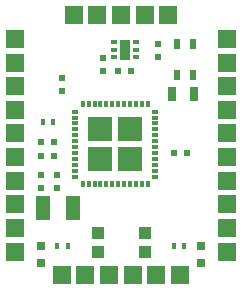
<source format=gbr>
G04 #@! TF.FileFunction,Soldermask,Top*
%FSLAX46Y46*%
G04 Gerber Fmt 4.6, Leading zero omitted, Abs format (unit mm)*
G04 Created by KiCad (PCBNEW 4.0.4-stable) date 05/29/18 15:09:19*
%MOMM*%
%LPD*%
G01*
G04 APERTURE LIST*
%ADD10C,0.100000*%
%ADD11R,1.500000X1.500000*%
%ADD12R,0.500000X0.600000*%
%ADD13R,0.600000X0.500000*%
%ADD14R,0.797560X0.797560*%
%ADD15R,0.700000X1.300000*%
%ADD16R,0.400000X0.600000*%
%ADD17R,1.237160X2.037160*%
%ADD18R,0.500000X0.900000*%
%ADD19R,0.470000X0.400000*%
%ADD20R,0.952000X1.702000*%
%ADD21R,0.300000X0.550000*%
%ADD22R,0.550000X0.300000*%
%ADD23R,2.002000X2.002000*%
%ADD24R,1.000000X1.000000*%
G04 APERTURE END LIST*
D10*
D11*
X100000000Y-90000000D03*
X100000000Y-88000000D03*
X100000000Y-86000000D03*
X100000000Y-84000000D03*
X100000000Y-96000000D03*
X100000000Y-94000000D03*
X100000000Y-98000000D03*
X100000000Y-92000000D03*
X100000000Y-80000000D03*
X100000000Y-82000000D03*
X104000000Y-100000000D03*
X106000000Y-100000000D03*
X108000000Y-100000000D03*
X110000000Y-100000000D03*
X114000000Y-100000000D03*
X112000000Y-100000000D03*
X118000000Y-86000000D03*
X118000000Y-84000000D03*
X118000000Y-90000000D03*
X118000000Y-88000000D03*
X118000000Y-80000000D03*
X118000000Y-82000000D03*
X118000000Y-96000000D03*
X118000000Y-94000000D03*
X118000000Y-98000000D03*
X118000000Y-92000000D03*
X107000000Y-78000000D03*
X109000000Y-78000000D03*
X105000000Y-78000000D03*
X111000000Y-78000000D03*
X113000000Y-78000000D03*
D12*
X103570000Y-92600000D03*
X103570000Y-91500000D03*
D13*
X103370000Y-89950000D03*
X102270000Y-89950000D03*
D12*
X102270000Y-92600000D03*
X102270000Y-91500000D03*
D13*
X103370000Y-88700000D03*
X102270000Y-88700000D03*
D12*
X112170000Y-81550000D03*
X112170000Y-80450000D03*
X107470000Y-81600000D03*
X107470000Y-82700000D03*
D13*
X113520000Y-89650000D03*
X114620000Y-89650000D03*
D12*
X103970000Y-84400000D03*
X103970000Y-83300000D03*
D14*
X115750000Y-97500700D03*
X115750000Y-98999300D03*
X102250000Y-97500700D03*
X102250000Y-98999300D03*
D15*
X115220000Y-84700000D03*
X113320000Y-84700000D03*
D16*
X102370000Y-87000000D03*
X103270000Y-87000000D03*
X113470000Y-97500000D03*
X114370000Y-97500000D03*
X104520000Y-97500000D03*
X103620000Y-97500000D03*
D17*
X102370000Y-94350000D03*
X104970000Y-94350000D03*
D18*
X115120000Y-83050000D03*
X115120000Y-80450000D03*
X113720000Y-83050000D03*
X113720000Y-80450000D03*
D13*
X108720000Y-82700000D03*
X109820000Y-82700000D03*
D19*
X110235000Y-81550000D03*
X110235000Y-80900000D03*
X110235000Y-80250000D03*
X108405000Y-80250000D03*
X108405000Y-80900000D03*
X108405000Y-81550000D03*
D20*
X109320000Y-80900000D03*
D21*
X105770000Y-92275000D03*
X106270000Y-92275000D03*
X106770000Y-92275000D03*
X107270000Y-92275000D03*
X107770000Y-92275000D03*
X108270000Y-92275000D03*
X108770000Y-92275000D03*
X109270000Y-92275000D03*
X109770000Y-92275000D03*
X110270000Y-92275000D03*
X110770000Y-92275000D03*
X111270000Y-92275000D03*
D22*
X111895000Y-91650000D03*
X111895000Y-91150000D03*
X111895000Y-90650000D03*
X111895000Y-90150000D03*
X111895000Y-89650000D03*
X111895000Y-89150000D03*
X111895000Y-88650000D03*
X111895000Y-88150000D03*
X111895000Y-87650000D03*
X111895000Y-87150000D03*
X111895000Y-86650000D03*
X111895000Y-86150000D03*
D21*
X111270000Y-85525000D03*
X110770000Y-85525000D03*
X110270000Y-85525000D03*
X109770000Y-85525000D03*
X109270000Y-85525000D03*
X108770000Y-85525000D03*
X108270000Y-85525000D03*
X107770000Y-85525000D03*
X107270000Y-85525000D03*
X106770000Y-85525000D03*
X106270000Y-85525000D03*
X105770000Y-85525000D03*
D22*
X105145000Y-86150000D03*
X105145000Y-86650000D03*
X105145000Y-87150000D03*
X105145000Y-87650000D03*
X105145000Y-88150000D03*
X105145000Y-88650000D03*
X105145000Y-89150000D03*
X105145000Y-89650000D03*
X105145000Y-90150000D03*
X105145000Y-90650000D03*
X105145000Y-91150000D03*
X105145000Y-91650000D03*
D23*
X107270000Y-90150000D03*
X109770000Y-90150000D03*
X107270000Y-87650000D03*
X109770000Y-87650000D03*
D24*
X111020000Y-96450000D03*
X107020000Y-98050000D03*
X111020000Y-98050000D03*
X107020000Y-96450000D03*
M02*

</source>
